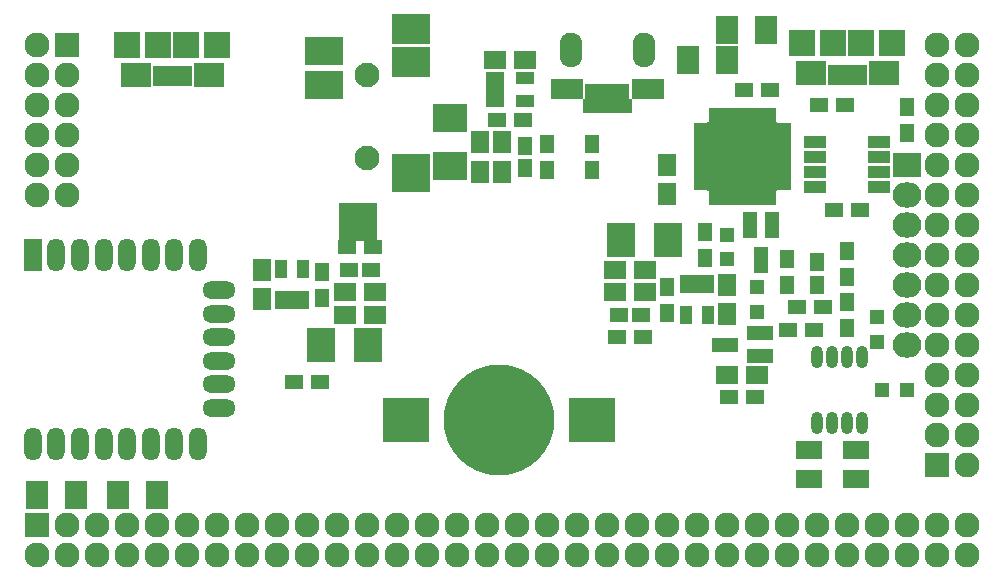
<source format=gbr>
G04 #@! TF.FileFunction,Soldermask,Bot*
%FSLAX46Y46*%
G04 Gerber Fmt 4.6, Leading zero omitted, Abs format (unit mm)*
G04 Created by KiCad (PCBNEW 4.0.5+dfsg1-4) date Mon Mar 27 14:18:35 2017*
%MOMM*%
%LPD*%
G01*
G04 APERTURE LIST*
%ADD10C,0.100000*%
%ADD11R,3.900000X3.700000*%
%ADD12C,9.400000*%
%ADD13R,1.924000X2.432000*%
%ADD14R,0.630000X1.250000*%
%ADD15R,0.630000X1.400000*%
%ADD16R,2.800000X1.780000*%
%ADD17O,1.900000X2.950000*%
%ADD18R,2.127200X2.127200*%
%ADD19O,2.127200X2.127200*%
%ADD20R,2.900000X2.400000*%
%ADD21R,1.600000X1.100000*%
%ADD22R,2.400000X2.900000*%
%ADD23R,1.100000X1.600000*%
%ADD24R,2.432000X2.127200*%
%ADD25O,2.432000X2.127200*%
%ADD26R,1.650000X1.900000*%
%ADD27R,1.900000X1.650000*%
%ADD28O,1.009600X1.873200*%
%ADD29O,2.800000X1.500000*%
%ADD30R,1.500000X2.800000*%
%ADD31O,1.500000X2.800000*%
%ADD32R,1.300000X1.200000*%
%ADD33R,1.200000X1.300000*%
%ADD34R,2.500000X2.000000*%
%ADD35R,2.300000X2.300000*%
%ADD36R,0.800000X1.750000*%
%ADD37R,2.200000X2.300000*%
%ADD38R,3.200000X2.600000*%
%ADD39R,3.200000X3.200000*%
%ADD40R,3.200000X2.400000*%
%ADD41C,2.100000*%
%ADD42R,2.200000X1.600000*%
%ADD43R,0.600000X1.200000*%
%ADD44R,1.200000X0.600000*%
%ADD45R,1.800000X1.800000*%
%ADD46R,2.300000X1.200000*%
%ADD47R,1.200000X2.300000*%
%ADD48R,1.950000X1.000000*%
%ADD49R,1.150000X1.600000*%
%ADD50R,1.600000X1.150000*%
%ADD51R,1.300000X1.600000*%
%ADD52R,1.600000X1.300000*%
G04 APERTURE END LIST*
D10*
D11*
X127830000Y-95710000D03*
X143630000Y-95710000D03*
D12*
X135730000Y-95710000D03*
D13*
X103498000Y-102060000D03*
X106800000Y-102060000D03*
X99942000Y-102060000D03*
X96640000Y-102060000D03*
D14*
X146700000Y-69165000D03*
X146300000Y-69165000D03*
X145900000Y-69165000D03*
X145500000Y-69165000D03*
X145100000Y-69165000D03*
X144700000Y-69165000D03*
X144300000Y-69165000D03*
X143900000Y-69165000D03*
X143500000Y-69165000D03*
X143100000Y-69165000D03*
D15*
X146500000Y-67940000D03*
X146100000Y-67940000D03*
X145700000Y-67940000D03*
X145300000Y-67940000D03*
X144900000Y-67940000D03*
X144500000Y-67940000D03*
X144100000Y-67940000D03*
X143700000Y-67940000D03*
X143300000Y-67940000D03*
D16*
X148350000Y-67750000D03*
X141450000Y-67750000D03*
D17*
X141800000Y-64390000D03*
X148000000Y-64390000D03*
D18*
X96640000Y-104600000D03*
D19*
X96640000Y-107140000D03*
X99180000Y-104600000D03*
X99180000Y-107140000D03*
X101720000Y-104600000D03*
X101720000Y-107140000D03*
X104260000Y-104600000D03*
X104260000Y-107140000D03*
X106800000Y-104600000D03*
X106800000Y-107140000D03*
X109340000Y-104600000D03*
X109340000Y-107140000D03*
X111880000Y-104600000D03*
X111880000Y-107140000D03*
X114420000Y-104600000D03*
X114420000Y-107140000D03*
X116960000Y-104600000D03*
X116960000Y-107140000D03*
X119500000Y-104600000D03*
X119500000Y-107140000D03*
X122040000Y-104600000D03*
X122040000Y-107140000D03*
X124580000Y-104600000D03*
X124580000Y-107140000D03*
X127120000Y-104600000D03*
X127120000Y-107140000D03*
X129660000Y-104600000D03*
X129660000Y-107140000D03*
X132200000Y-104600000D03*
X132200000Y-107140000D03*
X134740000Y-104600000D03*
X134740000Y-107140000D03*
X137280000Y-104600000D03*
X137280000Y-107140000D03*
X139820000Y-104600000D03*
X139820000Y-107140000D03*
X142360000Y-104600000D03*
X142360000Y-107140000D03*
X144900000Y-104600000D03*
X144900000Y-107140000D03*
X147440000Y-104600000D03*
X147440000Y-107140000D03*
X149980000Y-104600000D03*
X149980000Y-107140000D03*
X152520000Y-104600000D03*
X152520000Y-107140000D03*
X155060000Y-104600000D03*
X155060000Y-107140000D03*
X157600000Y-104600000D03*
X157600000Y-107140000D03*
X160140000Y-104600000D03*
X160140000Y-107140000D03*
X162680000Y-104600000D03*
X162680000Y-107140000D03*
X165220000Y-104600000D03*
X165220000Y-107140000D03*
X167760000Y-104600000D03*
X167760000Y-107140000D03*
X170300000Y-104600000D03*
X170300000Y-107140000D03*
X172840000Y-104600000D03*
X172840000Y-107140000D03*
X175380000Y-104600000D03*
X175380000Y-107140000D03*
D18*
X172840000Y-99520000D03*
D19*
X175380000Y-99520000D03*
X172840000Y-96980000D03*
X175380000Y-96980000D03*
X172840000Y-94440000D03*
X175380000Y-94440000D03*
X172840000Y-91900000D03*
X175380000Y-91900000D03*
X172840000Y-89360000D03*
X175380000Y-89360000D03*
X172840000Y-86820000D03*
X175380000Y-86820000D03*
X172840000Y-84280000D03*
X175380000Y-84280000D03*
X172840000Y-81740000D03*
X175380000Y-81740000D03*
X172840000Y-79200000D03*
X175380000Y-79200000D03*
X172840000Y-76660000D03*
X175380000Y-76660000D03*
X172840000Y-74120000D03*
X175380000Y-74120000D03*
X172840000Y-71580000D03*
X175380000Y-71580000D03*
X172840000Y-69040000D03*
X175380000Y-69040000D03*
X172840000Y-66500000D03*
X175380000Y-66500000D03*
X172840000Y-63960000D03*
X175380000Y-63960000D03*
D18*
X99180000Y-63960000D03*
D19*
X96640000Y-63960000D03*
X99180000Y-66500000D03*
X96640000Y-66500000D03*
X99180000Y-69040000D03*
X96640000Y-69040000D03*
X99180000Y-71580000D03*
X96640000Y-71580000D03*
X99180000Y-74120000D03*
X96640000Y-74120000D03*
X99180000Y-76660000D03*
X96640000Y-76660000D03*
D20*
X131565000Y-70215000D03*
X131565000Y-74215000D03*
D21*
X135375000Y-68720000D03*
X135375000Y-67770000D03*
X135375000Y-66820000D03*
X137975000Y-66820000D03*
X137975000Y-68720000D03*
D22*
X150075000Y-80470000D03*
X146075000Y-80470000D03*
D23*
X151570000Y-84220000D03*
X152520000Y-84220000D03*
X153470000Y-84220000D03*
X153470000Y-86820000D03*
X151570000Y-86820000D03*
D24*
X170300000Y-74120000D03*
D25*
X170300000Y-76660000D03*
X170300000Y-79200000D03*
X170300000Y-81740000D03*
X170300000Y-84280000D03*
X170300000Y-86820000D03*
X170300000Y-89360000D03*
D22*
X120675000Y-89360000D03*
X124675000Y-89360000D03*
D23*
X119180000Y-85580000D03*
X118230000Y-85580000D03*
X117280000Y-85580000D03*
X117280000Y-82980000D03*
X119180000Y-82980000D03*
D26*
X115690000Y-83030000D03*
X115690000Y-85530000D03*
X134105000Y-74735000D03*
X134105000Y-72235000D03*
X136010000Y-74735000D03*
X136010000Y-72235000D03*
D27*
X137895000Y-65230000D03*
X135395000Y-65230000D03*
X145555000Y-84915000D03*
X148055000Y-84915000D03*
X145555000Y-83010000D03*
X148055000Y-83010000D03*
D26*
X155060000Y-86800000D03*
X155060000Y-84300000D03*
D27*
X125195000Y-84915000D03*
X122695000Y-84915000D03*
X125195000Y-86820000D03*
X122695000Y-86820000D03*
D13*
X155060000Y-62690000D03*
X158362000Y-62690000D03*
X151758000Y-65230000D03*
X155060000Y-65230000D03*
D28*
X166490000Y-95964000D03*
X165220000Y-95964000D03*
X163950000Y-95964000D03*
X162680000Y-95964000D03*
X162680000Y-90376000D03*
X163950000Y-90376000D03*
X165220000Y-90376000D03*
X166490000Y-90376000D03*
D29*
X112010000Y-84730000D03*
X112010000Y-86730000D03*
X112010000Y-88730000D03*
X112010000Y-90730000D03*
X112010000Y-92730000D03*
X112010000Y-94730000D03*
D30*
X96260000Y-81740000D03*
D31*
X98260000Y-81740000D03*
X100260000Y-81740000D03*
X102260000Y-81740000D03*
X104260000Y-81740000D03*
X106260000Y-81740000D03*
X108260000Y-81740000D03*
X110260000Y-81740000D03*
X110260000Y-97740000D03*
X108260000Y-97740000D03*
X106260000Y-97740000D03*
X104260000Y-97740000D03*
X102260000Y-97740000D03*
X100260000Y-97740000D03*
X98260000Y-97740000D03*
X96260000Y-97740000D03*
D27*
X157580000Y-91900000D03*
X155080000Y-91900000D03*
D32*
X157600000Y-84500000D03*
X157600000Y-86600000D03*
D33*
X168200000Y-93170000D03*
X170300000Y-93170000D03*
D32*
X155060000Y-80055000D03*
X155060000Y-82155000D03*
X167760000Y-89140000D03*
X167760000Y-87040000D03*
D34*
X162120000Y-66375000D03*
X168320000Y-66375000D03*
D35*
X164020000Y-63825000D03*
X166420000Y-63825000D03*
D36*
X163920000Y-66500000D03*
X164570000Y-66500000D03*
X165220000Y-66500000D03*
X165870000Y-66500000D03*
X166520000Y-66500000D03*
D37*
X161420000Y-63825000D03*
X169020000Y-63825000D03*
D34*
X104970000Y-66510000D03*
X111170000Y-66510000D03*
D35*
X106870000Y-63960000D03*
X109270000Y-63960000D03*
D36*
X106770000Y-66635000D03*
X107420000Y-66635000D03*
X108070000Y-66635000D03*
X108720000Y-66635000D03*
X109370000Y-66635000D03*
D37*
X104270000Y-63960000D03*
X111870000Y-63960000D03*
D38*
X128280000Y-62640000D03*
X128280000Y-65440000D03*
D39*
X128280000Y-74840000D03*
X123830000Y-78940000D03*
D40*
X120880000Y-67340000D03*
X120880000Y-64540000D03*
D41*
X124580000Y-66540000D03*
X124580000Y-73540000D03*
D42*
X165950000Y-98320000D03*
X161950000Y-98320000D03*
X161950000Y-100720000D03*
X165950000Y-100720000D03*
D26*
X149980000Y-74140000D03*
X149980000Y-76640000D03*
D43*
X158930000Y-76920000D03*
X158530000Y-76920000D03*
X158130000Y-76920000D03*
X157730000Y-76920000D03*
X157330000Y-76920000D03*
X156930000Y-76920000D03*
X156530000Y-76920000D03*
X156130000Y-76920000D03*
X155730000Y-76920000D03*
X155330000Y-76920000D03*
X154930000Y-76920000D03*
X154530000Y-76920000D03*
D44*
X152830000Y-76020000D03*
X152830000Y-75620000D03*
X152830000Y-75220000D03*
X152830000Y-74820000D03*
X152830000Y-74420000D03*
X152830000Y-74020000D03*
X152830000Y-73620000D03*
X152830000Y-73220000D03*
X152830000Y-72820000D03*
X152830000Y-72420000D03*
D45*
X158430000Y-75520000D03*
D43*
X154130000Y-76920000D03*
X153730000Y-76920000D03*
D44*
X152830000Y-72020000D03*
X152830000Y-71620000D03*
X152830000Y-71220000D03*
X152830000Y-70820000D03*
D43*
X158930000Y-69920000D03*
X158530000Y-69920000D03*
X157730000Y-69920000D03*
X157330000Y-69920000D03*
X158130000Y-69920000D03*
X156130000Y-69920000D03*
X155730000Y-69920000D03*
X155330000Y-69920000D03*
X156530000Y-69920000D03*
X156930000Y-69920000D03*
X154130000Y-69920000D03*
X154530000Y-69920000D03*
X154930000Y-69920000D03*
X153730000Y-69920000D03*
D44*
X159830000Y-75620000D03*
X159830000Y-76020000D03*
X159830000Y-74020000D03*
X159830000Y-73220000D03*
X159830000Y-74420000D03*
X159830000Y-74820000D03*
X159830000Y-73620000D03*
X159830000Y-75220000D03*
X159830000Y-71620000D03*
X159830000Y-72420000D03*
X159830000Y-72020000D03*
X159830000Y-71220000D03*
X159830000Y-70820000D03*
X159830000Y-72820000D03*
D45*
X158430000Y-74120000D03*
X158430000Y-72720000D03*
X158430000Y-71320000D03*
X157030000Y-71320000D03*
X157030000Y-72720000D03*
X157030000Y-75520000D03*
X157030000Y-74120000D03*
X155630000Y-71320000D03*
X155630000Y-72720000D03*
X155630000Y-75520000D03*
X155630000Y-74120000D03*
X154230000Y-71320000D03*
X154230000Y-72720000D03*
X154230000Y-75520000D03*
X154230000Y-74120000D03*
D46*
X157830000Y-88410000D03*
X157830000Y-90310000D03*
X154830000Y-89360000D03*
D47*
X156970000Y-79200000D03*
X158870000Y-79200000D03*
X157920000Y-82200000D03*
D48*
X162520000Y-76025000D03*
X162520000Y-74755000D03*
X162520000Y-73485000D03*
X162520000Y-72215000D03*
X167920000Y-72215000D03*
X167920000Y-73485000D03*
X167920000Y-74755000D03*
X167920000Y-76025000D03*
D49*
X137915000Y-74435000D03*
X137915000Y-72535000D03*
D50*
X145855000Y-86820000D03*
X147755000Y-86820000D03*
X124895000Y-83010000D03*
X122995000Y-83010000D03*
D49*
X162680000Y-82380000D03*
X162680000Y-84280000D03*
D51*
X143630000Y-72385000D03*
X143630000Y-74585000D03*
X165220000Y-87920000D03*
X165220000Y-85720000D03*
D52*
X157430000Y-93805000D03*
X155230000Y-93805000D03*
X163145000Y-86185000D03*
X160945000Y-86185000D03*
D51*
X165220000Y-81445000D03*
X165220000Y-83645000D03*
D52*
X160230000Y-88090000D03*
X162430000Y-88090000D03*
X120600000Y-92535000D03*
X118400000Y-92535000D03*
D51*
X160140000Y-84280000D03*
X160140000Y-82080000D03*
X170300000Y-71410000D03*
X170300000Y-69210000D03*
D52*
X166320000Y-77930000D03*
X164120000Y-77930000D03*
X156500000Y-67770000D03*
X158700000Y-67770000D03*
X165050000Y-69040000D03*
X162850000Y-69040000D03*
D51*
X153155000Y-82035000D03*
X153155000Y-79835000D03*
X139820000Y-74585000D03*
X139820000Y-72385000D03*
D52*
X125045000Y-81105000D03*
X122845000Y-81105000D03*
X145705000Y-88725000D03*
X147905000Y-88725000D03*
X135545000Y-70310000D03*
X137745000Y-70310000D03*
D51*
X120770000Y-85380000D03*
X120770000Y-83180000D03*
X149980000Y-84450000D03*
X149980000Y-86650000D03*
M02*

</source>
